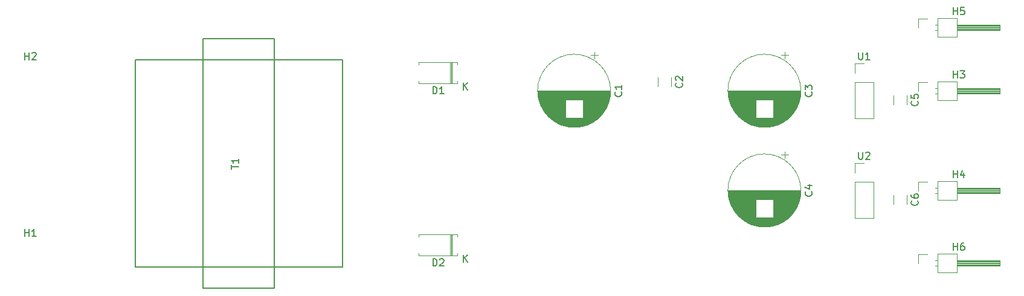
<source format=gbr>
G04 #@! TF.GenerationSoftware,KiCad,Pcbnew,(5.0.1-3-g963ef8bb5)*
G04 #@! TF.CreationDate,2018-11-01T00:44:27+09:00*
G04 #@! TF.ProjectId,firstTraining,6669727374547261696E696E672E6B69,rev?*
G04 #@! TF.SameCoordinates,Original*
G04 #@! TF.FileFunction,Legend,Top*
G04 #@! TF.FilePolarity,Positive*
%FSLAX46Y46*%
G04 Gerber Fmt 4.6, Leading zero omitted, Abs format (unit mm)*
G04 Created by KiCad (PCBNEW (5.0.1-3-g963ef8bb5)) date 2018年11月01日 木曜日 00:44:27*
%MOMM*%
%LPD*%
G01*
G04 APERTURE LIST*
%ADD10C,0.120000*%
%ADD11C,0.150000*%
G04 APERTURE END LIST*
D10*
G04 #@! TO.C,C1*
X154980000Y-76160000D02*
G75*
G03X154980000Y-76160000I-5120000J0D01*
G01*
X154940000Y-76160000D02*
X144780000Y-76160000D01*
X154940000Y-76200000D02*
X144780000Y-76200000D01*
X154940000Y-76240000D02*
X144780000Y-76240000D01*
X154939000Y-76280000D02*
X144781000Y-76280000D01*
X154938000Y-76320000D02*
X144782000Y-76320000D01*
X154937000Y-76360000D02*
X144783000Y-76360000D01*
X154935000Y-76400000D02*
X144785000Y-76400000D01*
X154933000Y-76440000D02*
X144787000Y-76440000D01*
X154930000Y-76480000D02*
X144790000Y-76480000D01*
X154928000Y-76520000D02*
X144792000Y-76520000D01*
X154925000Y-76560000D02*
X144795000Y-76560000D01*
X154922000Y-76600000D02*
X144798000Y-76600000D01*
X154918000Y-76640000D02*
X144802000Y-76640000D01*
X154914000Y-76680000D02*
X144806000Y-76680000D01*
X154910000Y-76720000D02*
X144810000Y-76720000D01*
X154905000Y-76760000D02*
X144815000Y-76760000D01*
X154900000Y-76800000D02*
X144820000Y-76800000D01*
X154895000Y-76840000D02*
X144825000Y-76840000D01*
X154890000Y-76881000D02*
X144830000Y-76881000D01*
X154884000Y-76921000D02*
X144836000Y-76921000D01*
X154878000Y-76961000D02*
X144842000Y-76961000D01*
X154871000Y-77001000D02*
X144849000Y-77001000D01*
X154864000Y-77041000D02*
X144856000Y-77041000D01*
X154857000Y-77081000D02*
X144863000Y-77081000D01*
X154850000Y-77121000D02*
X144870000Y-77121000D01*
X154842000Y-77161000D02*
X144878000Y-77161000D01*
X154834000Y-77201000D02*
X144886000Y-77201000D01*
X154825000Y-77241000D02*
X144895000Y-77241000D01*
X154816000Y-77281000D02*
X144904000Y-77281000D01*
X154807000Y-77321000D02*
X144913000Y-77321000D01*
X154798000Y-77361000D02*
X144922000Y-77361000D01*
X154788000Y-77401000D02*
X144932000Y-77401000D01*
X154778000Y-77441000D02*
X151101000Y-77441000D01*
X148619000Y-77441000D02*
X144942000Y-77441000D01*
X154767000Y-77481000D02*
X151101000Y-77481000D01*
X148619000Y-77481000D02*
X144953000Y-77481000D01*
X154757000Y-77521000D02*
X151101000Y-77521000D01*
X148619000Y-77521000D02*
X144963000Y-77521000D01*
X154745000Y-77561000D02*
X151101000Y-77561000D01*
X148619000Y-77561000D02*
X144975000Y-77561000D01*
X154734000Y-77601000D02*
X151101000Y-77601000D01*
X148619000Y-77601000D02*
X144986000Y-77601000D01*
X154722000Y-77641000D02*
X151101000Y-77641000D01*
X148619000Y-77641000D02*
X144998000Y-77641000D01*
X154710000Y-77681000D02*
X151101000Y-77681000D01*
X148619000Y-77681000D02*
X145010000Y-77681000D01*
X154697000Y-77721000D02*
X151101000Y-77721000D01*
X148619000Y-77721000D02*
X145023000Y-77721000D01*
X154684000Y-77761000D02*
X151101000Y-77761000D01*
X148619000Y-77761000D02*
X145036000Y-77761000D01*
X154671000Y-77801000D02*
X151101000Y-77801000D01*
X148619000Y-77801000D02*
X145049000Y-77801000D01*
X154657000Y-77841000D02*
X151101000Y-77841000D01*
X148619000Y-77841000D02*
X145063000Y-77841000D01*
X154643000Y-77881000D02*
X151101000Y-77881000D01*
X148619000Y-77881000D02*
X145077000Y-77881000D01*
X154628000Y-77921000D02*
X151101000Y-77921000D01*
X148619000Y-77921000D02*
X145092000Y-77921000D01*
X154614000Y-77961000D02*
X151101000Y-77961000D01*
X148619000Y-77961000D02*
X145106000Y-77961000D01*
X154598000Y-78001000D02*
X151101000Y-78001000D01*
X148619000Y-78001000D02*
X145122000Y-78001000D01*
X154583000Y-78041000D02*
X151101000Y-78041000D01*
X148619000Y-78041000D02*
X145137000Y-78041000D01*
X154567000Y-78081000D02*
X151101000Y-78081000D01*
X148619000Y-78081000D02*
X145153000Y-78081000D01*
X154550000Y-78121000D02*
X151101000Y-78121000D01*
X148619000Y-78121000D02*
X145170000Y-78121000D01*
X154534000Y-78161000D02*
X151101000Y-78161000D01*
X148619000Y-78161000D02*
X145186000Y-78161000D01*
X154517000Y-78201000D02*
X151101000Y-78201000D01*
X148619000Y-78201000D02*
X145203000Y-78201000D01*
X154499000Y-78241000D02*
X151101000Y-78241000D01*
X148619000Y-78241000D02*
X145221000Y-78241000D01*
X154481000Y-78281000D02*
X151101000Y-78281000D01*
X148619000Y-78281000D02*
X145239000Y-78281000D01*
X154463000Y-78321000D02*
X151101000Y-78321000D01*
X148619000Y-78321000D02*
X145257000Y-78321000D01*
X154444000Y-78361000D02*
X151101000Y-78361000D01*
X148619000Y-78361000D02*
X145276000Y-78361000D01*
X154424000Y-78401000D02*
X151101000Y-78401000D01*
X148619000Y-78401000D02*
X145296000Y-78401000D01*
X154405000Y-78441000D02*
X151101000Y-78441000D01*
X148619000Y-78441000D02*
X145315000Y-78441000D01*
X154385000Y-78481000D02*
X151101000Y-78481000D01*
X148619000Y-78481000D02*
X145335000Y-78481000D01*
X154364000Y-78521000D02*
X151101000Y-78521000D01*
X148619000Y-78521000D02*
X145356000Y-78521000D01*
X154343000Y-78561000D02*
X151101000Y-78561000D01*
X148619000Y-78561000D02*
X145377000Y-78561000D01*
X154322000Y-78601000D02*
X151101000Y-78601000D01*
X148619000Y-78601000D02*
X145398000Y-78601000D01*
X154300000Y-78641000D02*
X151101000Y-78641000D01*
X148619000Y-78641000D02*
X145420000Y-78641000D01*
X154277000Y-78681000D02*
X151101000Y-78681000D01*
X148619000Y-78681000D02*
X145443000Y-78681000D01*
X154255000Y-78721000D02*
X151101000Y-78721000D01*
X148619000Y-78721000D02*
X145465000Y-78721000D01*
X154231000Y-78761000D02*
X151101000Y-78761000D01*
X148619000Y-78761000D02*
X145489000Y-78761000D01*
X154207000Y-78801000D02*
X151101000Y-78801000D01*
X148619000Y-78801000D02*
X145513000Y-78801000D01*
X154183000Y-78841000D02*
X151101000Y-78841000D01*
X148619000Y-78841000D02*
X145537000Y-78841000D01*
X154158000Y-78881000D02*
X151101000Y-78881000D01*
X148619000Y-78881000D02*
X145562000Y-78881000D01*
X154133000Y-78921000D02*
X151101000Y-78921000D01*
X148619000Y-78921000D02*
X145587000Y-78921000D01*
X154107000Y-78961000D02*
X151101000Y-78961000D01*
X148619000Y-78961000D02*
X145613000Y-78961000D01*
X154081000Y-79001000D02*
X151101000Y-79001000D01*
X148619000Y-79001000D02*
X145639000Y-79001000D01*
X154054000Y-79041000D02*
X151101000Y-79041000D01*
X148619000Y-79041000D02*
X145666000Y-79041000D01*
X154026000Y-79081000D02*
X151101000Y-79081000D01*
X148619000Y-79081000D02*
X145694000Y-79081000D01*
X153998000Y-79121000D02*
X151101000Y-79121000D01*
X148619000Y-79121000D02*
X145722000Y-79121000D01*
X153970000Y-79161000D02*
X151101000Y-79161000D01*
X148619000Y-79161000D02*
X145750000Y-79161000D01*
X153940000Y-79201000D02*
X151101000Y-79201000D01*
X148619000Y-79201000D02*
X145780000Y-79201000D01*
X153910000Y-79241000D02*
X151101000Y-79241000D01*
X148619000Y-79241000D02*
X145810000Y-79241000D01*
X153880000Y-79281000D02*
X151101000Y-79281000D01*
X148619000Y-79281000D02*
X145840000Y-79281000D01*
X153849000Y-79321000D02*
X151101000Y-79321000D01*
X148619000Y-79321000D02*
X145871000Y-79321000D01*
X153817000Y-79361000D02*
X151101000Y-79361000D01*
X148619000Y-79361000D02*
X145903000Y-79361000D01*
X153785000Y-79401000D02*
X151101000Y-79401000D01*
X148619000Y-79401000D02*
X145935000Y-79401000D01*
X153752000Y-79441000D02*
X151101000Y-79441000D01*
X148619000Y-79441000D02*
X145968000Y-79441000D01*
X153718000Y-79481000D02*
X151101000Y-79481000D01*
X148619000Y-79481000D02*
X146002000Y-79481000D01*
X153684000Y-79521000D02*
X151101000Y-79521000D01*
X148619000Y-79521000D02*
X146036000Y-79521000D01*
X153649000Y-79561000D02*
X151101000Y-79561000D01*
X148619000Y-79561000D02*
X146071000Y-79561000D01*
X153613000Y-79601000D02*
X151101000Y-79601000D01*
X148619000Y-79601000D02*
X146107000Y-79601000D01*
X153576000Y-79641000D02*
X151101000Y-79641000D01*
X148619000Y-79641000D02*
X146144000Y-79641000D01*
X153539000Y-79681000D02*
X151101000Y-79681000D01*
X148619000Y-79681000D02*
X146181000Y-79681000D01*
X153500000Y-79721000D02*
X151101000Y-79721000D01*
X148619000Y-79721000D02*
X146220000Y-79721000D01*
X153461000Y-79761000D02*
X151101000Y-79761000D01*
X148619000Y-79761000D02*
X146259000Y-79761000D01*
X153421000Y-79801000D02*
X151101000Y-79801000D01*
X148619000Y-79801000D02*
X146299000Y-79801000D01*
X153380000Y-79841000D02*
X151101000Y-79841000D01*
X148619000Y-79841000D02*
X146340000Y-79841000D01*
X153338000Y-79881000D02*
X151101000Y-79881000D01*
X148619000Y-79881000D02*
X146382000Y-79881000D01*
X153296000Y-79921000D02*
X146424000Y-79921000D01*
X153252000Y-79961000D02*
X146468000Y-79961000D01*
X153207000Y-80001000D02*
X146513000Y-80001000D01*
X153161000Y-80041000D02*
X146559000Y-80041000D01*
X153114000Y-80081000D02*
X146606000Y-80081000D01*
X153066000Y-80121000D02*
X146654000Y-80121000D01*
X153016000Y-80161000D02*
X146704000Y-80161000D01*
X152966000Y-80201000D02*
X146754000Y-80201000D01*
X152914000Y-80241000D02*
X146806000Y-80241000D01*
X152860000Y-80281000D02*
X146860000Y-80281000D01*
X152805000Y-80321000D02*
X146915000Y-80321000D01*
X152749000Y-80361000D02*
X146971000Y-80361000D01*
X152690000Y-80401000D02*
X147030000Y-80401000D01*
X152630000Y-80441000D02*
X147090000Y-80441000D01*
X152569000Y-80481000D02*
X147151000Y-80481000D01*
X152505000Y-80521000D02*
X147215000Y-80521000D01*
X152439000Y-80561000D02*
X147281000Y-80561000D01*
X152370000Y-80601000D02*
X147350000Y-80601000D01*
X152299000Y-80641000D02*
X147421000Y-80641000D01*
X152225000Y-80681000D02*
X147495000Y-80681000D01*
X152149000Y-80721000D02*
X147571000Y-80721000D01*
X152069000Y-80761000D02*
X147651000Y-80761000D01*
X151985000Y-80801000D02*
X147735000Y-80801000D01*
X151897000Y-80841000D02*
X147823000Y-80841000D01*
X151804000Y-80881000D02*
X147916000Y-80881000D01*
X151706000Y-80921000D02*
X148014000Y-80921000D01*
X151602000Y-80961000D02*
X148118000Y-80961000D01*
X151490000Y-81001000D02*
X148230000Y-81001000D01*
X151370000Y-81041000D02*
X148350000Y-81041000D01*
X151238000Y-81081000D02*
X148482000Y-81081000D01*
X151090000Y-81121000D02*
X148630000Y-81121000D01*
X150922000Y-81161000D02*
X148798000Y-81161000D01*
X150722000Y-81201000D02*
X148998000Y-81201000D01*
X150459000Y-81241000D02*
X149261000Y-81241000D01*
X152735000Y-70680354D02*
X152735000Y-71680354D01*
X153235000Y-71180354D02*
X152235000Y-71180354D01*
G04 #@! TO.C,C2*
X163480000Y-74281000D02*
X163480000Y-75539000D01*
X161640000Y-74281000D02*
X161640000Y-75539000D01*
G04 #@! TO.C,C3*
X179905000Y-71180354D02*
X178905000Y-71180354D01*
X179405000Y-70680354D02*
X179405000Y-71680354D01*
X177129000Y-81241000D02*
X175931000Y-81241000D01*
X177392000Y-81201000D02*
X175668000Y-81201000D01*
X177592000Y-81161000D02*
X175468000Y-81161000D01*
X177760000Y-81121000D02*
X175300000Y-81121000D01*
X177908000Y-81081000D02*
X175152000Y-81081000D01*
X178040000Y-81041000D02*
X175020000Y-81041000D01*
X178160000Y-81001000D02*
X174900000Y-81001000D01*
X178272000Y-80961000D02*
X174788000Y-80961000D01*
X178376000Y-80921000D02*
X174684000Y-80921000D01*
X178474000Y-80881000D02*
X174586000Y-80881000D01*
X178567000Y-80841000D02*
X174493000Y-80841000D01*
X178655000Y-80801000D02*
X174405000Y-80801000D01*
X178739000Y-80761000D02*
X174321000Y-80761000D01*
X178819000Y-80721000D02*
X174241000Y-80721000D01*
X178895000Y-80681000D02*
X174165000Y-80681000D01*
X178969000Y-80641000D02*
X174091000Y-80641000D01*
X179040000Y-80601000D02*
X174020000Y-80601000D01*
X179109000Y-80561000D02*
X173951000Y-80561000D01*
X179175000Y-80521000D02*
X173885000Y-80521000D01*
X179239000Y-80481000D02*
X173821000Y-80481000D01*
X179300000Y-80441000D02*
X173760000Y-80441000D01*
X179360000Y-80401000D02*
X173700000Y-80401000D01*
X179419000Y-80361000D02*
X173641000Y-80361000D01*
X179475000Y-80321000D02*
X173585000Y-80321000D01*
X179530000Y-80281000D02*
X173530000Y-80281000D01*
X179584000Y-80241000D02*
X173476000Y-80241000D01*
X179636000Y-80201000D02*
X173424000Y-80201000D01*
X179686000Y-80161000D02*
X173374000Y-80161000D01*
X179736000Y-80121000D02*
X173324000Y-80121000D01*
X179784000Y-80081000D02*
X173276000Y-80081000D01*
X179831000Y-80041000D02*
X173229000Y-80041000D01*
X179877000Y-80001000D02*
X173183000Y-80001000D01*
X179922000Y-79961000D02*
X173138000Y-79961000D01*
X179966000Y-79921000D02*
X173094000Y-79921000D01*
X175289000Y-79881000D02*
X173052000Y-79881000D01*
X180008000Y-79881000D02*
X177771000Y-79881000D01*
X175289000Y-79841000D02*
X173010000Y-79841000D01*
X180050000Y-79841000D02*
X177771000Y-79841000D01*
X175289000Y-79801000D02*
X172969000Y-79801000D01*
X180091000Y-79801000D02*
X177771000Y-79801000D01*
X175289000Y-79761000D02*
X172929000Y-79761000D01*
X180131000Y-79761000D02*
X177771000Y-79761000D01*
X175289000Y-79721000D02*
X172890000Y-79721000D01*
X180170000Y-79721000D02*
X177771000Y-79721000D01*
X175289000Y-79681000D02*
X172851000Y-79681000D01*
X180209000Y-79681000D02*
X177771000Y-79681000D01*
X175289000Y-79641000D02*
X172814000Y-79641000D01*
X180246000Y-79641000D02*
X177771000Y-79641000D01*
X175289000Y-79601000D02*
X172777000Y-79601000D01*
X180283000Y-79601000D02*
X177771000Y-79601000D01*
X175289000Y-79561000D02*
X172741000Y-79561000D01*
X180319000Y-79561000D02*
X177771000Y-79561000D01*
X175289000Y-79521000D02*
X172706000Y-79521000D01*
X180354000Y-79521000D02*
X177771000Y-79521000D01*
X175289000Y-79481000D02*
X172672000Y-79481000D01*
X180388000Y-79481000D02*
X177771000Y-79481000D01*
X175289000Y-79441000D02*
X172638000Y-79441000D01*
X180422000Y-79441000D02*
X177771000Y-79441000D01*
X175289000Y-79401000D02*
X172605000Y-79401000D01*
X180455000Y-79401000D02*
X177771000Y-79401000D01*
X175289000Y-79361000D02*
X172573000Y-79361000D01*
X180487000Y-79361000D02*
X177771000Y-79361000D01*
X175289000Y-79321000D02*
X172541000Y-79321000D01*
X180519000Y-79321000D02*
X177771000Y-79321000D01*
X175289000Y-79281000D02*
X172510000Y-79281000D01*
X180550000Y-79281000D02*
X177771000Y-79281000D01*
X175289000Y-79241000D02*
X172480000Y-79241000D01*
X180580000Y-79241000D02*
X177771000Y-79241000D01*
X175289000Y-79201000D02*
X172450000Y-79201000D01*
X180610000Y-79201000D02*
X177771000Y-79201000D01*
X175289000Y-79161000D02*
X172420000Y-79161000D01*
X180640000Y-79161000D02*
X177771000Y-79161000D01*
X175289000Y-79121000D02*
X172392000Y-79121000D01*
X180668000Y-79121000D02*
X177771000Y-79121000D01*
X175289000Y-79081000D02*
X172364000Y-79081000D01*
X180696000Y-79081000D02*
X177771000Y-79081000D01*
X175289000Y-79041000D02*
X172336000Y-79041000D01*
X180724000Y-79041000D02*
X177771000Y-79041000D01*
X175289000Y-79001000D02*
X172309000Y-79001000D01*
X180751000Y-79001000D02*
X177771000Y-79001000D01*
X175289000Y-78961000D02*
X172283000Y-78961000D01*
X180777000Y-78961000D02*
X177771000Y-78961000D01*
X175289000Y-78921000D02*
X172257000Y-78921000D01*
X180803000Y-78921000D02*
X177771000Y-78921000D01*
X175289000Y-78881000D02*
X172232000Y-78881000D01*
X180828000Y-78881000D02*
X177771000Y-78881000D01*
X175289000Y-78841000D02*
X172207000Y-78841000D01*
X180853000Y-78841000D02*
X177771000Y-78841000D01*
X175289000Y-78801000D02*
X172183000Y-78801000D01*
X180877000Y-78801000D02*
X177771000Y-78801000D01*
X175289000Y-78761000D02*
X172159000Y-78761000D01*
X180901000Y-78761000D02*
X177771000Y-78761000D01*
X175289000Y-78721000D02*
X172135000Y-78721000D01*
X180925000Y-78721000D02*
X177771000Y-78721000D01*
X175289000Y-78681000D02*
X172113000Y-78681000D01*
X180947000Y-78681000D02*
X177771000Y-78681000D01*
X175289000Y-78641000D02*
X172090000Y-78641000D01*
X180970000Y-78641000D02*
X177771000Y-78641000D01*
X175289000Y-78601000D02*
X172068000Y-78601000D01*
X180992000Y-78601000D02*
X177771000Y-78601000D01*
X175289000Y-78561000D02*
X172047000Y-78561000D01*
X181013000Y-78561000D02*
X177771000Y-78561000D01*
X175289000Y-78521000D02*
X172026000Y-78521000D01*
X181034000Y-78521000D02*
X177771000Y-78521000D01*
X175289000Y-78481000D02*
X172005000Y-78481000D01*
X181055000Y-78481000D02*
X177771000Y-78481000D01*
X175289000Y-78441000D02*
X171985000Y-78441000D01*
X181075000Y-78441000D02*
X177771000Y-78441000D01*
X175289000Y-78401000D02*
X171966000Y-78401000D01*
X181094000Y-78401000D02*
X177771000Y-78401000D01*
X175289000Y-78361000D02*
X171946000Y-78361000D01*
X181114000Y-78361000D02*
X177771000Y-78361000D01*
X175289000Y-78321000D02*
X171927000Y-78321000D01*
X181133000Y-78321000D02*
X177771000Y-78321000D01*
X175289000Y-78281000D02*
X171909000Y-78281000D01*
X181151000Y-78281000D02*
X177771000Y-78281000D01*
X175289000Y-78241000D02*
X171891000Y-78241000D01*
X181169000Y-78241000D02*
X177771000Y-78241000D01*
X175289000Y-78201000D02*
X171873000Y-78201000D01*
X181187000Y-78201000D02*
X177771000Y-78201000D01*
X175289000Y-78161000D02*
X171856000Y-78161000D01*
X181204000Y-78161000D02*
X177771000Y-78161000D01*
X175289000Y-78121000D02*
X171840000Y-78121000D01*
X181220000Y-78121000D02*
X177771000Y-78121000D01*
X175289000Y-78081000D02*
X171823000Y-78081000D01*
X181237000Y-78081000D02*
X177771000Y-78081000D01*
X175289000Y-78041000D02*
X171807000Y-78041000D01*
X181253000Y-78041000D02*
X177771000Y-78041000D01*
X175289000Y-78001000D02*
X171792000Y-78001000D01*
X181268000Y-78001000D02*
X177771000Y-78001000D01*
X175289000Y-77961000D02*
X171776000Y-77961000D01*
X181284000Y-77961000D02*
X177771000Y-77961000D01*
X175289000Y-77921000D02*
X171762000Y-77921000D01*
X181298000Y-77921000D02*
X177771000Y-77921000D01*
X175289000Y-77881000D02*
X171747000Y-77881000D01*
X181313000Y-77881000D02*
X177771000Y-77881000D01*
X175289000Y-77841000D02*
X171733000Y-77841000D01*
X181327000Y-77841000D02*
X177771000Y-77841000D01*
X175289000Y-77801000D02*
X171719000Y-77801000D01*
X181341000Y-77801000D02*
X177771000Y-77801000D01*
X175289000Y-77761000D02*
X171706000Y-77761000D01*
X181354000Y-77761000D02*
X177771000Y-77761000D01*
X175289000Y-77721000D02*
X171693000Y-77721000D01*
X181367000Y-77721000D02*
X177771000Y-77721000D01*
X175289000Y-77681000D02*
X171680000Y-77681000D01*
X181380000Y-77681000D02*
X177771000Y-77681000D01*
X175289000Y-77641000D02*
X171668000Y-77641000D01*
X181392000Y-77641000D02*
X177771000Y-77641000D01*
X175289000Y-77601000D02*
X171656000Y-77601000D01*
X181404000Y-77601000D02*
X177771000Y-77601000D01*
X175289000Y-77561000D02*
X171645000Y-77561000D01*
X181415000Y-77561000D02*
X177771000Y-77561000D01*
X175289000Y-77521000D02*
X171633000Y-77521000D01*
X181427000Y-77521000D02*
X177771000Y-77521000D01*
X175289000Y-77481000D02*
X171623000Y-77481000D01*
X181437000Y-77481000D02*
X177771000Y-77481000D01*
X175289000Y-77441000D02*
X171612000Y-77441000D01*
X181448000Y-77441000D02*
X177771000Y-77441000D01*
X181458000Y-77401000D02*
X171602000Y-77401000D01*
X181468000Y-77361000D02*
X171592000Y-77361000D01*
X181477000Y-77321000D02*
X171583000Y-77321000D01*
X181486000Y-77281000D02*
X171574000Y-77281000D01*
X181495000Y-77241000D02*
X171565000Y-77241000D01*
X181504000Y-77201000D02*
X171556000Y-77201000D01*
X181512000Y-77161000D02*
X171548000Y-77161000D01*
X181520000Y-77121000D02*
X171540000Y-77121000D01*
X181527000Y-77081000D02*
X171533000Y-77081000D01*
X181534000Y-77041000D02*
X171526000Y-77041000D01*
X181541000Y-77001000D02*
X171519000Y-77001000D01*
X181548000Y-76961000D02*
X171512000Y-76961000D01*
X181554000Y-76921000D02*
X171506000Y-76921000D01*
X181560000Y-76881000D02*
X171500000Y-76881000D01*
X181565000Y-76840000D02*
X171495000Y-76840000D01*
X181570000Y-76800000D02*
X171490000Y-76800000D01*
X181575000Y-76760000D02*
X171485000Y-76760000D01*
X181580000Y-76720000D02*
X171480000Y-76720000D01*
X181584000Y-76680000D02*
X171476000Y-76680000D01*
X181588000Y-76640000D02*
X171472000Y-76640000D01*
X181592000Y-76600000D02*
X171468000Y-76600000D01*
X181595000Y-76560000D02*
X171465000Y-76560000D01*
X181598000Y-76520000D02*
X171462000Y-76520000D01*
X181600000Y-76480000D02*
X171460000Y-76480000D01*
X181603000Y-76440000D02*
X171457000Y-76440000D01*
X181605000Y-76400000D02*
X171455000Y-76400000D01*
X181607000Y-76360000D02*
X171453000Y-76360000D01*
X181608000Y-76320000D02*
X171452000Y-76320000D01*
X181609000Y-76280000D02*
X171451000Y-76280000D01*
X181610000Y-76240000D02*
X171450000Y-76240000D01*
X181610000Y-76200000D02*
X171450000Y-76200000D01*
X181610000Y-76160000D02*
X171450000Y-76160000D01*
X181650000Y-76160000D02*
G75*
G03X181650000Y-76160000I-5120000J0D01*
G01*
G04 #@! TO.C,C4*
X181650000Y-90130000D02*
G75*
G03X181650000Y-90130000I-5120000J0D01*
G01*
X181610000Y-90130000D02*
X171450000Y-90130000D01*
X181610000Y-90170000D02*
X171450000Y-90170000D01*
X181610000Y-90210000D02*
X171450000Y-90210000D01*
X181609000Y-90250000D02*
X171451000Y-90250000D01*
X181608000Y-90290000D02*
X171452000Y-90290000D01*
X181607000Y-90330000D02*
X171453000Y-90330000D01*
X181605000Y-90370000D02*
X171455000Y-90370000D01*
X181603000Y-90410000D02*
X171457000Y-90410000D01*
X181600000Y-90450000D02*
X171460000Y-90450000D01*
X181598000Y-90490000D02*
X171462000Y-90490000D01*
X181595000Y-90530000D02*
X171465000Y-90530000D01*
X181592000Y-90570000D02*
X171468000Y-90570000D01*
X181588000Y-90610000D02*
X171472000Y-90610000D01*
X181584000Y-90650000D02*
X171476000Y-90650000D01*
X181580000Y-90690000D02*
X171480000Y-90690000D01*
X181575000Y-90730000D02*
X171485000Y-90730000D01*
X181570000Y-90770000D02*
X171490000Y-90770000D01*
X181565000Y-90810000D02*
X171495000Y-90810000D01*
X181560000Y-90851000D02*
X171500000Y-90851000D01*
X181554000Y-90891000D02*
X171506000Y-90891000D01*
X181548000Y-90931000D02*
X171512000Y-90931000D01*
X181541000Y-90971000D02*
X171519000Y-90971000D01*
X181534000Y-91011000D02*
X171526000Y-91011000D01*
X181527000Y-91051000D02*
X171533000Y-91051000D01*
X181520000Y-91091000D02*
X171540000Y-91091000D01*
X181512000Y-91131000D02*
X171548000Y-91131000D01*
X181504000Y-91171000D02*
X171556000Y-91171000D01*
X181495000Y-91211000D02*
X171565000Y-91211000D01*
X181486000Y-91251000D02*
X171574000Y-91251000D01*
X181477000Y-91291000D02*
X171583000Y-91291000D01*
X181468000Y-91331000D02*
X171592000Y-91331000D01*
X181458000Y-91371000D02*
X171602000Y-91371000D01*
X181448000Y-91411000D02*
X177771000Y-91411000D01*
X175289000Y-91411000D02*
X171612000Y-91411000D01*
X181437000Y-91451000D02*
X177771000Y-91451000D01*
X175289000Y-91451000D02*
X171623000Y-91451000D01*
X181427000Y-91491000D02*
X177771000Y-91491000D01*
X175289000Y-91491000D02*
X171633000Y-91491000D01*
X181415000Y-91531000D02*
X177771000Y-91531000D01*
X175289000Y-91531000D02*
X171645000Y-91531000D01*
X181404000Y-91571000D02*
X177771000Y-91571000D01*
X175289000Y-91571000D02*
X171656000Y-91571000D01*
X181392000Y-91611000D02*
X177771000Y-91611000D01*
X175289000Y-91611000D02*
X171668000Y-91611000D01*
X181380000Y-91651000D02*
X177771000Y-91651000D01*
X175289000Y-91651000D02*
X171680000Y-91651000D01*
X181367000Y-91691000D02*
X177771000Y-91691000D01*
X175289000Y-91691000D02*
X171693000Y-91691000D01*
X181354000Y-91731000D02*
X177771000Y-91731000D01*
X175289000Y-91731000D02*
X171706000Y-91731000D01*
X181341000Y-91771000D02*
X177771000Y-91771000D01*
X175289000Y-91771000D02*
X171719000Y-91771000D01*
X181327000Y-91811000D02*
X177771000Y-91811000D01*
X175289000Y-91811000D02*
X171733000Y-91811000D01*
X181313000Y-91851000D02*
X177771000Y-91851000D01*
X175289000Y-91851000D02*
X171747000Y-91851000D01*
X181298000Y-91891000D02*
X177771000Y-91891000D01*
X175289000Y-91891000D02*
X171762000Y-91891000D01*
X181284000Y-91931000D02*
X177771000Y-91931000D01*
X175289000Y-91931000D02*
X171776000Y-91931000D01*
X181268000Y-91971000D02*
X177771000Y-91971000D01*
X175289000Y-91971000D02*
X171792000Y-91971000D01*
X181253000Y-92011000D02*
X177771000Y-92011000D01*
X175289000Y-92011000D02*
X171807000Y-92011000D01*
X181237000Y-92051000D02*
X177771000Y-92051000D01*
X175289000Y-92051000D02*
X171823000Y-92051000D01*
X181220000Y-92091000D02*
X177771000Y-92091000D01*
X175289000Y-92091000D02*
X171840000Y-92091000D01*
X181204000Y-92131000D02*
X177771000Y-92131000D01*
X175289000Y-92131000D02*
X171856000Y-92131000D01*
X181187000Y-92171000D02*
X177771000Y-92171000D01*
X175289000Y-92171000D02*
X171873000Y-92171000D01*
X181169000Y-92211000D02*
X177771000Y-92211000D01*
X175289000Y-92211000D02*
X171891000Y-92211000D01*
X181151000Y-92251000D02*
X177771000Y-92251000D01*
X175289000Y-92251000D02*
X171909000Y-92251000D01*
X181133000Y-92291000D02*
X177771000Y-92291000D01*
X175289000Y-92291000D02*
X171927000Y-92291000D01*
X181114000Y-92331000D02*
X177771000Y-92331000D01*
X175289000Y-92331000D02*
X171946000Y-92331000D01*
X181094000Y-92371000D02*
X177771000Y-92371000D01*
X175289000Y-92371000D02*
X171966000Y-92371000D01*
X181075000Y-92411000D02*
X177771000Y-92411000D01*
X175289000Y-92411000D02*
X171985000Y-92411000D01*
X181055000Y-92451000D02*
X177771000Y-92451000D01*
X175289000Y-92451000D02*
X172005000Y-92451000D01*
X181034000Y-92491000D02*
X177771000Y-92491000D01*
X175289000Y-92491000D02*
X172026000Y-92491000D01*
X181013000Y-92531000D02*
X177771000Y-92531000D01*
X175289000Y-92531000D02*
X172047000Y-92531000D01*
X180992000Y-92571000D02*
X177771000Y-92571000D01*
X175289000Y-92571000D02*
X172068000Y-92571000D01*
X180970000Y-92611000D02*
X177771000Y-92611000D01*
X175289000Y-92611000D02*
X172090000Y-92611000D01*
X180947000Y-92651000D02*
X177771000Y-92651000D01*
X175289000Y-92651000D02*
X172113000Y-92651000D01*
X180925000Y-92691000D02*
X177771000Y-92691000D01*
X175289000Y-92691000D02*
X172135000Y-92691000D01*
X180901000Y-92731000D02*
X177771000Y-92731000D01*
X175289000Y-92731000D02*
X172159000Y-92731000D01*
X180877000Y-92771000D02*
X177771000Y-92771000D01*
X175289000Y-92771000D02*
X172183000Y-92771000D01*
X180853000Y-92811000D02*
X177771000Y-92811000D01*
X175289000Y-92811000D02*
X172207000Y-92811000D01*
X180828000Y-92851000D02*
X177771000Y-92851000D01*
X175289000Y-92851000D02*
X172232000Y-92851000D01*
X180803000Y-92891000D02*
X177771000Y-92891000D01*
X175289000Y-92891000D02*
X172257000Y-92891000D01*
X180777000Y-92931000D02*
X177771000Y-92931000D01*
X175289000Y-92931000D02*
X172283000Y-92931000D01*
X180751000Y-92971000D02*
X177771000Y-92971000D01*
X175289000Y-92971000D02*
X172309000Y-92971000D01*
X180724000Y-93011000D02*
X177771000Y-93011000D01*
X175289000Y-93011000D02*
X172336000Y-93011000D01*
X180696000Y-93051000D02*
X177771000Y-93051000D01*
X175289000Y-93051000D02*
X172364000Y-93051000D01*
X180668000Y-93091000D02*
X177771000Y-93091000D01*
X175289000Y-93091000D02*
X172392000Y-93091000D01*
X180640000Y-93131000D02*
X177771000Y-93131000D01*
X175289000Y-93131000D02*
X172420000Y-93131000D01*
X180610000Y-93171000D02*
X177771000Y-93171000D01*
X175289000Y-93171000D02*
X172450000Y-93171000D01*
X180580000Y-93211000D02*
X177771000Y-93211000D01*
X175289000Y-93211000D02*
X172480000Y-93211000D01*
X180550000Y-93251000D02*
X177771000Y-93251000D01*
X175289000Y-93251000D02*
X172510000Y-93251000D01*
X180519000Y-93291000D02*
X177771000Y-93291000D01*
X175289000Y-93291000D02*
X172541000Y-93291000D01*
X180487000Y-93331000D02*
X177771000Y-93331000D01*
X175289000Y-93331000D02*
X172573000Y-93331000D01*
X180455000Y-93371000D02*
X177771000Y-93371000D01*
X175289000Y-93371000D02*
X172605000Y-93371000D01*
X180422000Y-93411000D02*
X177771000Y-93411000D01*
X175289000Y-93411000D02*
X172638000Y-93411000D01*
X180388000Y-93451000D02*
X177771000Y-93451000D01*
X175289000Y-93451000D02*
X172672000Y-93451000D01*
X180354000Y-93491000D02*
X177771000Y-93491000D01*
X175289000Y-93491000D02*
X172706000Y-93491000D01*
X180319000Y-93531000D02*
X177771000Y-93531000D01*
X175289000Y-93531000D02*
X172741000Y-93531000D01*
X180283000Y-93571000D02*
X177771000Y-93571000D01*
X175289000Y-93571000D02*
X172777000Y-93571000D01*
X180246000Y-93611000D02*
X177771000Y-93611000D01*
X175289000Y-93611000D02*
X172814000Y-93611000D01*
X180209000Y-93651000D02*
X177771000Y-93651000D01*
X175289000Y-93651000D02*
X172851000Y-93651000D01*
X180170000Y-93691000D02*
X177771000Y-93691000D01*
X175289000Y-93691000D02*
X172890000Y-93691000D01*
X180131000Y-93731000D02*
X177771000Y-93731000D01*
X175289000Y-93731000D02*
X172929000Y-93731000D01*
X180091000Y-93771000D02*
X177771000Y-93771000D01*
X175289000Y-93771000D02*
X172969000Y-93771000D01*
X180050000Y-93811000D02*
X177771000Y-93811000D01*
X175289000Y-93811000D02*
X173010000Y-93811000D01*
X180008000Y-93851000D02*
X177771000Y-93851000D01*
X175289000Y-93851000D02*
X173052000Y-93851000D01*
X179966000Y-93891000D02*
X173094000Y-93891000D01*
X179922000Y-93931000D02*
X173138000Y-93931000D01*
X179877000Y-93971000D02*
X173183000Y-93971000D01*
X179831000Y-94011000D02*
X173229000Y-94011000D01*
X179784000Y-94051000D02*
X173276000Y-94051000D01*
X179736000Y-94091000D02*
X173324000Y-94091000D01*
X179686000Y-94131000D02*
X173374000Y-94131000D01*
X179636000Y-94171000D02*
X173424000Y-94171000D01*
X179584000Y-94211000D02*
X173476000Y-94211000D01*
X179530000Y-94251000D02*
X173530000Y-94251000D01*
X179475000Y-94291000D02*
X173585000Y-94291000D01*
X179419000Y-94331000D02*
X173641000Y-94331000D01*
X179360000Y-94371000D02*
X173700000Y-94371000D01*
X179300000Y-94411000D02*
X173760000Y-94411000D01*
X179239000Y-94451000D02*
X173821000Y-94451000D01*
X179175000Y-94491000D02*
X173885000Y-94491000D01*
X179109000Y-94531000D02*
X173951000Y-94531000D01*
X179040000Y-94571000D02*
X174020000Y-94571000D01*
X178969000Y-94611000D02*
X174091000Y-94611000D01*
X178895000Y-94651000D02*
X174165000Y-94651000D01*
X178819000Y-94691000D02*
X174241000Y-94691000D01*
X178739000Y-94731000D02*
X174321000Y-94731000D01*
X178655000Y-94771000D02*
X174405000Y-94771000D01*
X178567000Y-94811000D02*
X174493000Y-94811000D01*
X178474000Y-94851000D02*
X174586000Y-94851000D01*
X178376000Y-94891000D02*
X174684000Y-94891000D01*
X178272000Y-94931000D02*
X174788000Y-94931000D01*
X178160000Y-94971000D02*
X174900000Y-94971000D01*
X178040000Y-95011000D02*
X175020000Y-95011000D01*
X177908000Y-95051000D02*
X175152000Y-95051000D01*
X177760000Y-95091000D02*
X175300000Y-95091000D01*
X177592000Y-95131000D02*
X175468000Y-95131000D01*
X177392000Y-95171000D02*
X175668000Y-95171000D01*
X177129000Y-95211000D02*
X175931000Y-95211000D01*
X179405000Y-84650354D02*
X179405000Y-85650354D01*
X179905000Y-85150354D02*
X178905000Y-85150354D01*
G04 #@! TO.C,C5*
X194660000Y-76821000D02*
X194660000Y-78079000D01*
X196500000Y-76821000D02*
X196500000Y-78079000D01*
G04 #@! TO.C,C6*
X196500000Y-90791000D02*
X196500000Y-92049000D01*
X194660000Y-90791000D02*
X194660000Y-92049000D01*
G04 #@! TO.C,D1*
X133530000Y-74800000D02*
X133530000Y-75130000D01*
X133530000Y-75130000D02*
X128090000Y-75130000D01*
X128090000Y-75130000D02*
X128090000Y-74800000D01*
X133530000Y-72520000D02*
X133530000Y-72190000D01*
X133530000Y-72190000D02*
X128090000Y-72190000D01*
X128090000Y-72190000D02*
X128090000Y-72520000D01*
X132630000Y-75130000D02*
X132630000Y-72190000D01*
X132510000Y-75130000D02*
X132510000Y-72190000D01*
X132750000Y-75130000D02*
X132750000Y-72190000D01*
G04 #@! TO.C,D2*
X132750000Y-99260000D02*
X132750000Y-96320000D01*
X132510000Y-99260000D02*
X132510000Y-96320000D01*
X132630000Y-99260000D02*
X132630000Y-96320000D01*
X128090000Y-96320000D02*
X128090000Y-96650000D01*
X133530000Y-96320000D02*
X128090000Y-96320000D01*
X133530000Y-96650000D02*
X133530000Y-96320000D01*
X128090000Y-99260000D02*
X128090000Y-98930000D01*
X133530000Y-99260000D02*
X128090000Y-99260000D01*
X133530000Y-98930000D02*
X133530000Y-99260000D01*
D11*
G04 #@! TO.C,T1*
X117370000Y-100860000D02*
X117370000Y-71860000D01*
X88370000Y-100860000D02*
X117370000Y-100860000D01*
X88370000Y-71860000D02*
X88370000Y-100860000D01*
X117370000Y-71860000D02*
X88370000Y-71860000D01*
X107870000Y-103860000D02*
X107870000Y-68860000D01*
X97870000Y-103860000D02*
X107870000Y-103860000D01*
X97870000Y-68860000D02*
X97870000Y-103860000D01*
X107870000Y-68860000D02*
X97870000Y-68860000D01*
D10*
G04 #@! TO.C,U1*
X189170000Y-72330000D02*
X190500000Y-72330000D01*
X189170000Y-73660000D02*
X189170000Y-72330000D01*
X189170000Y-74930000D02*
X191830000Y-74930000D01*
X191830000Y-74930000D02*
X191830000Y-80070000D01*
X189170000Y-74930000D02*
X189170000Y-80070000D01*
X189170000Y-80070000D02*
X191830000Y-80070000D01*
G04 #@! TO.C,U2*
X189170000Y-94040000D02*
X191830000Y-94040000D01*
X189170000Y-88900000D02*
X189170000Y-94040000D01*
X191830000Y-88900000D02*
X191830000Y-94040000D01*
X189170000Y-88900000D02*
X191830000Y-88900000D01*
X189170000Y-87630000D02*
X189170000Y-86300000D01*
X189170000Y-86300000D02*
X190500000Y-86300000D01*
G04 #@! TO.C,H3*
X200830000Y-74870000D02*
X200830000Y-77530000D01*
X200830000Y-77530000D02*
X203490000Y-77530000D01*
X203490000Y-77530000D02*
X203490000Y-74870000D01*
X203490000Y-74870000D02*
X200830000Y-74870000D01*
X203490000Y-75820000D02*
X209490000Y-75820000D01*
X209490000Y-75820000D02*
X209490000Y-76580000D01*
X209490000Y-76580000D02*
X203490000Y-76580000D01*
X203490000Y-75880000D02*
X209490000Y-75880000D01*
X203490000Y-76000000D02*
X209490000Y-76000000D01*
X203490000Y-76120000D02*
X209490000Y-76120000D01*
X203490000Y-76240000D02*
X209490000Y-76240000D01*
X203490000Y-76360000D02*
X209490000Y-76360000D01*
X203490000Y-76480000D02*
X209490000Y-76480000D01*
X200500000Y-75820000D02*
X200830000Y-75820000D01*
X200500000Y-76580000D02*
X200830000Y-76580000D01*
X198120000Y-76200000D02*
X198120000Y-74930000D01*
X198120000Y-74930000D02*
X199390000Y-74930000D01*
G04 #@! TO.C,H4*
X198120000Y-88900000D02*
X199390000Y-88900000D01*
X198120000Y-90170000D02*
X198120000Y-88900000D01*
X200500000Y-90550000D02*
X200830000Y-90550000D01*
X200500000Y-89790000D02*
X200830000Y-89790000D01*
X203490000Y-90450000D02*
X209490000Y-90450000D01*
X203490000Y-90330000D02*
X209490000Y-90330000D01*
X203490000Y-90210000D02*
X209490000Y-90210000D01*
X203490000Y-90090000D02*
X209490000Y-90090000D01*
X203490000Y-89970000D02*
X209490000Y-89970000D01*
X203490000Y-89850000D02*
X209490000Y-89850000D01*
X209490000Y-90550000D02*
X203490000Y-90550000D01*
X209490000Y-89790000D02*
X209490000Y-90550000D01*
X203490000Y-89790000D02*
X209490000Y-89790000D01*
X203490000Y-88840000D02*
X200830000Y-88840000D01*
X203490000Y-91500000D02*
X203490000Y-88840000D01*
X200830000Y-91500000D02*
X203490000Y-91500000D01*
X200830000Y-88840000D02*
X200830000Y-91500000D01*
G04 #@! TO.C,H5*
X200830000Y-65980000D02*
X200830000Y-68640000D01*
X200830000Y-68640000D02*
X203490000Y-68640000D01*
X203490000Y-68640000D02*
X203490000Y-65980000D01*
X203490000Y-65980000D02*
X200830000Y-65980000D01*
X203490000Y-66930000D02*
X209490000Y-66930000D01*
X209490000Y-66930000D02*
X209490000Y-67690000D01*
X209490000Y-67690000D02*
X203490000Y-67690000D01*
X203490000Y-66990000D02*
X209490000Y-66990000D01*
X203490000Y-67110000D02*
X209490000Y-67110000D01*
X203490000Y-67230000D02*
X209490000Y-67230000D01*
X203490000Y-67350000D02*
X209490000Y-67350000D01*
X203490000Y-67470000D02*
X209490000Y-67470000D01*
X203490000Y-67590000D02*
X209490000Y-67590000D01*
X200500000Y-66930000D02*
X200830000Y-66930000D01*
X200500000Y-67690000D02*
X200830000Y-67690000D01*
X198120000Y-67310000D02*
X198120000Y-66040000D01*
X198120000Y-66040000D02*
X199390000Y-66040000D01*
G04 #@! TO.C,H6*
X198120000Y-99060000D02*
X199390000Y-99060000D01*
X198120000Y-100330000D02*
X198120000Y-99060000D01*
X200500000Y-100710000D02*
X200830000Y-100710000D01*
X200500000Y-99950000D02*
X200830000Y-99950000D01*
X203490000Y-100610000D02*
X209490000Y-100610000D01*
X203490000Y-100490000D02*
X209490000Y-100490000D01*
X203490000Y-100370000D02*
X209490000Y-100370000D01*
X203490000Y-100250000D02*
X209490000Y-100250000D01*
X203490000Y-100130000D02*
X209490000Y-100130000D01*
X203490000Y-100010000D02*
X209490000Y-100010000D01*
X209490000Y-100710000D02*
X203490000Y-100710000D01*
X209490000Y-99950000D02*
X209490000Y-100710000D01*
X203490000Y-99950000D02*
X209490000Y-99950000D01*
X203490000Y-99000000D02*
X200830000Y-99000000D01*
X203490000Y-101660000D02*
X203490000Y-99000000D01*
X200830000Y-101660000D02*
X203490000Y-101660000D01*
X200830000Y-99000000D02*
X200830000Y-101660000D01*
G04 #@! TO.C,C1*
D11*
X156467142Y-76326666D02*
X156514761Y-76374285D01*
X156562380Y-76517142D01*
X156562380Y-76612380D01*
X156514761Y-76755238D01*
X156419523Y-76850476D01*
X156324285Y-76898095D01*
X156133809Y-76945714D01*
X155990952Y-76945714D01*
X155800476Y-76898095D01*
X155705238Y-76850476D01*
X155610000Y-76755238D01*
X155562380Y-76612380D01*
X155562380Y-76517142D01*
X155610000Y-76374285D01*
X155657619Y-76326666D01*
X156562380Y-75374285D02*
X156562380Y-75945714D01*
X156562380Y-75660000D02*
X155562380Y-75660000D01*
X155705238Y-75755238D01*
X155800476Y-75850476D01*
X155848095Y-75945714D01*
G04 #@! TO.C,C2*
X164967142Y-75076666D02*
X165014761Y-75124285D01*
X165062380Y-75267142D01*
X165062380Y-75362380D01*
X165014761Y-75505238D01*
X164919523Y-75600476D01*
X164824285Y-75648095D01*
X164633809Y-75695714D01*
X164490952Y-75695714D01*
X164300476Y-75648095D01*
X164205238Y-75600476D01*
X164110000Y-75505238D01*
X164062380Y-75362380D01*
X164062380Y-75267142D01*
X164110000Y-75124285D01*
X164157619Y-75076666D01*
X164157619Y-74695714D02*
X164110000Y-74648095D01*
X164062380Y-74552857D01*
X164062380Y-74314761D01*
X164110000Y-74219523D01*
X164157619Y-74171904D01*
X164252857Y-74124285D01*
X164348095Y-74124285D01*
X164490952Y-74171904D01*
X165062380Y-74743333D01*
X165062380Y-74124285D01*
G04 #@! TO.C,C3*
X183137142Y-76326666D02*
X183184761Y-76374285D01*
X183232380Y-76517142D01*
X183232380Y-76612380D01*
X183184761Y-76755238D01*
X183089523Y-76850476D01*
X182994285Y-76898095D01*
X182803809Y-76945714D01*
X182660952Y-76945714D01*
X182470476Y-76898095D01*
X182375238Y-76850476D01*
X182280000Y-76755238D01*
X182232380Y-76612380D01*
X182232380Y-76517142D01*
X182280000Y-76374285D01*
X182327619Y-76326666D01*
X182232380Y-75993333D02*
X182232380Y-75374285D01*
X182613333Y-75707619D01*
X182613333Y-75564761D01*
X182660952Y-75469523D01*
X182708571Y-75421904D01*
X182803809Y-75374285D01*
X183041904Y-75374285D01*
X183137142Y-75421904D01*
X183184761Y-75469523D01*
X183232380Y-75564761D01*
X183232380Y-75850476D01*
X183184761Y-75945714D01*
X183137142Y-75993333D01*
G04 #@! TO.C,C4*
X183137142Y-90296666D02*
X183184761Y-90344285D01*
X183232380Y-90487142D01*
X183232380Y-90582380D01*
X183184761Y-90725238D01*
X183089523Y-90820476D01*
X182994285Y-90868095D01*
X182803809Y-90915714D01*
X182660952Y-90915714D01*
X182470476Y-90868095D01*
X182375238Y-90820476D01*
X182280000Y-90725238D01*
X182232380Y-90582380D01*
X182232380Y-90487142D01*
X182280000Y-90344285D01*
X182327619Y-90296666D01*
X182565714Y-89439523D02*
X183232380Y-89439523D01*
X182184761Y-89677619D02*
X182899047Y-89915714D01*
X182899047Y-89296666D01*
G04 #@! TO.C,C5*
X197987142Y-77616666D02*
X198034761Y-77664285D01*
X198082380Y-77807142D01*
X198082380Y-77902380D01*
X198034761Y-78045238D01*
X197939523Y-78140476D01*
X197844285Y-78188095D01*
X197653809Y-78235714D01*
X197510952Y-78235714D01*
X197320476Y-78188095D01*
X197225238Y-78140476D01*
X197130000Y-78045238D01*
X197082380Y-77902380D01*
X197082380Y-77807142D01*
X197130000Y-77664285D01*
X197177619Y-77616666D01*
X197082380Y-76711904D02*
X197082380Y-77188095D01*
X197558571Y-77235714D01*
X197510952Y-77188095D01*
X197463333Y-77092857D01*
X197463333Y-76854761D01*
X197510952Y-76759523D01*
X197558571Y-76711904D01*
X197653809Y-76664285D01*
X197891904Y-76664285D01*
X197987142Y-76711904D01*
X198034761Y-76759523D01*
X198082380Y-76854761D01*
X198082380Y-77092857D01*
X198034761Y-77188095D01*
X197987142Y-77235714D01*
G04 #@! TO.C,C6*
X197987142Y-91586666D02*
X198034761Y-91634285D01*
X198082380Y-91777142D01*
X198082380Y-91872380D01*
X198034761Y-92015238D01*
X197939523Y-92110476D01*
X197844285Y-92158095D01*
X197653809Y-92205714D01*
X197510952Y-92205714D01*
X197320476Y-92158095D01*
X197225238Y-92110476D01*
X197130000Y-92015238D01*
X197082380Y-91872380D01*
X197082380Y-91777142D01*
X197130000Y-91634285D01*
X197177619Y-91586666D01*
X197082380Y-90729523D02*
X197082380Y-90920000D01*
X197130000Y-91015238D01*
X197177619Y-91062857D01*
X197320476Y-91158095D01*
X197510952Y-91205714D01*
X197891904Y-91205714D01*
X197987142Y-91158095D01*
X198034761Y-91110476D01*
X198082380Y-91015238D01*
X198082380Y-90824761D01*
X198034761Y-90729523D01*
X197987142Y-90681904D01*
X197891904Y-90634285D01*
X197653809Y-90634285D01*
X197558571Y-90681904D01*
X197510952Y-90729523D01*
X197463333Y-90824761D01*
X197463333Y-91015238D01*
X197510952Y-91110476D01*
X197558571Y-91158095D01*
X197653809Y-91205714D01*
G04 #@! TO.C,D1*
X130071904Y-76582380D02*
X130071904Y-75582380D01*
X130310000Y-75582380D01*
X130452857Y-75630000D01*
X130548095Y-75725238D01*
X130595714Y-75820476D01*
X130643333Y-76010952D01*
X130643333Y-76153809D01*
X130595714Y-76344285D01*
X130548095Y-76439523D01*
X130452857Y-76534761D01*
X130310000Y-76582380D01*
X130071904Y-76582380D01*
X131595714Y-76582380D02*
X131024285Y-76582380D01*
X131310000Y-76582380D02*
X131310000Y-75582380D01*
X131214761Y-75725238D01*
X131119523Y-75820476D01*
X131024285Y-75868095D01*
X134358095Y-76012380D02*
X134358095Y-75012380D01*
X134929523Y-76012380D02*
X134500952Y-75440952D01*
X134929523Y-75012380D02*
X134358095Y-75583809D01*
G04 #@! TO.C,D2*
X130071904Y-100712380D02*
X130071904Y-99712380D01*
X130310000Y-99712380D01*
X130452857Y-99760000D01*
X130548095Y-99855238D01*
X130595714Y-99950476D01*
X130643333Y-100140952D01*
X130643333Y-100283809D01*
X130595714Y-100474285D01*
X130548095Y-100569523D01*
X130452857Y-100664761D01*
X130310000Y-100712380D01*
X130071904Y-100712380D01*
X131024285Y-99807619D02*
X131071904Y-99760000D01*
X131167142Y-99712380D01*
X131405238Y-99712380D01*
X131500476Y-99760000D01*
X131548095Y-99807619D01*
X131595714Y-99902857D01*
X131595714Y-99998095D01*
X131548095Y-100140952D01*
X130976666Y-100712380D01*
X131595714Y-100712380D01*
X134358095Y-100142380D02*
X134358095Y-99142380D01*
X134929523Y-100142380D02*
X134500952Y-99570952D01*
X134929523Y-99142380D02*
X134358095Y-99713809D01*
G04 #@! TO.C,T1*
X101822380Y-87121904D02*
X101822380Y-86550476D01*
X102822380Y-86836190D02*
X101822380Y-86836190D01*
X102822380Y-85693333D02*
X102822380Y-86264761D01*
X102822380Y-85979047D02*
X101822380Y-85979047D01*
X101965238Y-86074285D01*
X102060476Y-86169523D01*
X102108095Y-86264761D01*
G04 #@! TO.C,U1*
X189738095Y-70782380D02*
X189738095Y-71591904D01*
X189785714Y-71687142D01*
X189833333Y-71734761D01*
X189928571Y-71782380D01*
X190119047Y-71782380D01*
X190214285Y-71734761D01*
X190261904Y-71687142D01*
X190309523Y-71591904D01*
X190309523Y-70782380D01*
X191309523Y-71782380D02*
X190738095Y-71782380D01*
X191023809Y-71782380D02*
X191023809Y-70782380D01*
X190928571Y-70925238D01*
X190833333Y-71020476D01*
X190738095Y-71068095D01*
G04 #@! TO.C,U2*
X189738095Y-84752380D02*
X189738095Y-85561904D01*
X189785714Y-85657142D01*
X189833333Y-85704761D01*
X189928571Y-85752380D01*
X190119047Y-85752380D01*
X190214285Y-85704761D01*
X190261904Y-85657142D01*
X190309523Y-85561904D01*
X190309523Y-84752380D01*
X190738095Y-84847619D02*
X190785714Y-84800000D01*
X190880952Y-84752380D01*
X191119047Y-84752380D01*
X191214285Y-84800000D01*
X191261904Y-84847619D01*
X191309523Y-84942857D01*
X191309523Y-85038095D01*
X191261904Y-85180952D01*
X190690476Y-85752380D01*
X191309523Y-85752380D01*
G04 #@! TO.C,H1*
X72898095Y-96552380D02*
X72898095Y-95552380D01*
X72898095Y-96028571D02*
X73469523Y-96028571D01*
X73469523Y-96552380D02*
X73469523Y-95552380D01*
X74469523Y-96552380D02*
X73898095Y-96552380D01*
X74183809Y-96552380D02*
X74183809Y-95552380D01*
X74088571Y-95695238D01*
X73993333Y-95790476D01*
X73898095Y-95838095D01*
G04 #@! TO.C,H2*
X72898095Y-71797381D02*
X72898095Y-70797381D01*
X72898095Y-71273572D02*
X73469523Y-71273572D01*
X73469523Y-71797381D02*
X73469523Y-70797381D01*
X73898095Y-70892620D02*
X73945714Y-70845001D01*
X74040952Y-70797381D01*
X74279047Y-70797381D01*
X74374285Y-70845001D01*
X74421904Y-70892620D01*
X74469523Y-70987858D01*
X74469523Y-71083096D01*
X74421904Y-71225953D01*
X73850476Y-71797381D01*
X74469523Y-71797381D01*
G04 #@! TO.C,H3*
X203013095Y-74382380D02*
X203013095Y-73382380D01*
X203013095Y-73858571D02*
X203584523Y-73858571D01*
X203584523Y-74382380D02*
X203584523Y-73382380D01*
X203965476Y-73382380D02*
X204584523Y-73382380D01*
X204251190Y-73763333D01*
X204394047Y-73763333D01*
X204489285Y-73810952D01*
X204536904Y-73858571D01*
X204584523Y-73953809D01*
X204584523Y-74191904D01*
X204536904Y-74287142D01*
X204489285Y-74334761D01*
X204394047Y-74382380D01*
X204108333Y-74382380D01*
X204013095Y-74334761D01*
X203965476Y-74287142D01*
G04 #@! TO.C,H4*
X203013095Y-88352380D02*
X203013095Y-87352380D01*
X203013095Y-87828571D02*
X203584523Y-87828571D01*
X203584523Y-88352380D02*
X203584523Y-87352380D01*
X204489285Y-87685714D02*
X204489285Y-88352380D01*
X204251190Y-87304761D02*
X204013095Y-88019047D01*
X204632142Y-88019047D01*
G04 #@! TO.C,H5*
X203013095Y-65492380D02*
X203013095Y-64492380D01*
X203013095Y-64968571D02*
X203584523Y-64968571D01*
X203584523Y-65492380D02*
X203584523Y-64492380D01*
X204536904Y-64492380D02*
X204060714Y-64492380D01*
X204013095Y-64968571D01*
X204060714Y-64920952D01*
X204155952Y-64873333D01*
X204394047Y-64873333D01*
X204489285Y-64920952D01*
X204536904Y-64968571D01*
X204584523Y-65063809D01*
X204584523Y-65301904D01*
X204536904Y-65397142D01*
X204489285Y-65444761D01*
X204394047Y-65492380D01*
X204155952Y-65492380D01*
X204060714Y-65444761D01*
X204013095Y-65397142D01*
G04 #@! TO.C,H6*
X203013095Y-98512380D02*
X203013095Y-97512380D01*
X203013095Y-97988571D02*
X203584523Y-97988571D01*
X203584523Y-98512380D02*
X203584523Y-97512380D01*
X204489285Y-97512380D02*
X204298809Y-97512380D01*
X204203571Y-97560000D01*
X204155952Y-97607619D01*
X204060714Y-97750476D01*
X204013095Y-97940952D01*
X204013095Y-98321904D01*
X204060714Y-98417142D01*
X204108333Y-98464761D01*
X204203571Y-98512380D01*
X204394047Y-98512380D01*
X204489285Y-98464761D01*
X204536904Y-98417142D01*
X204584523Y-98321904D01*
X204584523Y-98083809D01*
X204536904Y-97988571D01*
X204489285Y-97940952D01*
X204394047Y-97893333D01*
X204203571Y-97893333D01*
X204108333Y-97940952D01*
X204060714Y-97988571D01*
X204013095Y-98083809D01*
G04 #@! TD*
M02*

</source>
